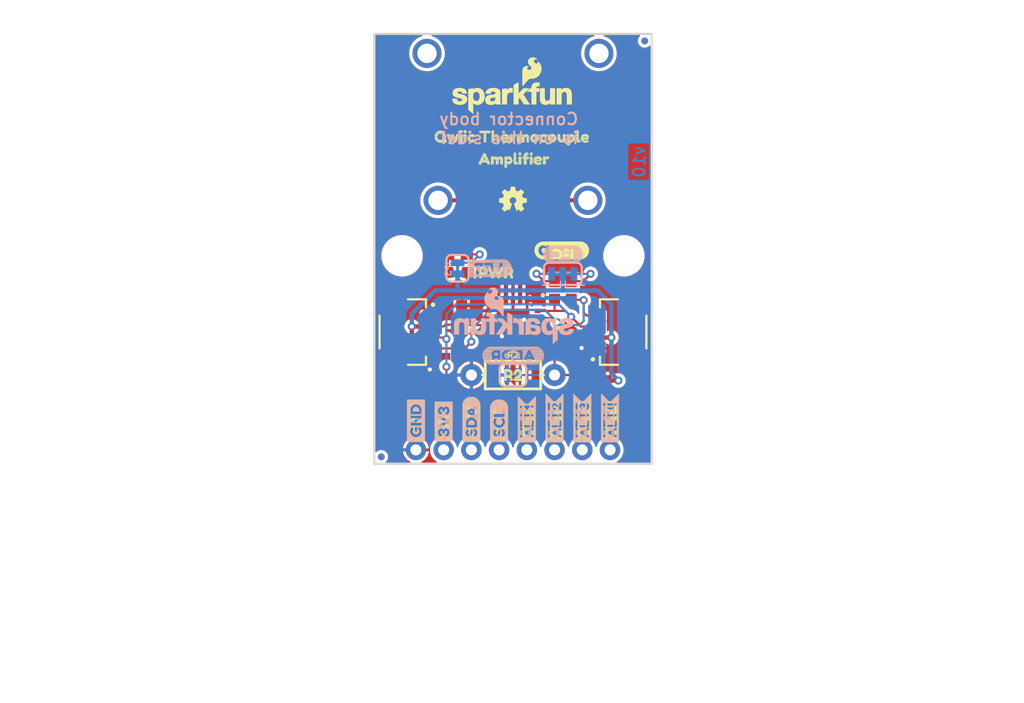
<source format=kicad_pcb>
(kicad_pcb (version 20221018) (generator pcbnew)
  (layers (0 "F.Cu" signal) (31 "B.Cu" signal) (34 "B.Paste" user) (35 "F.Paste" user) (36 "B.SilkS" user "B.Silkscreen") (37 "F.SilkS" user "F.Silkscreen") (38 "B.Mask" user) (39 "F.Mask" user) (44 "Edge.Cuts" user))
  (net 0 "")
  (net 1 "GND")
  (net 2 "3.3V")
  (net 3 "SDA")
  (net 4 "N$1")
  (net 5 "ADDR")
  (net 6 "SCL")
  (net 7 "N$2")
  (net 8 "N$3")
  (net 9 "N$4")
  (net 10 "N$5")
  (net 11 "~{ALT1}")
  (net 12 "~{ALT3}")
  (net 13 "~{ALT4}")
  (net 14 "~{ALT2}")
  (net 15 "N$6")
  (footprint "SparkFun_Qwiic_Thermocouple_Amplifier_PCC:PWR0" (layer "F.Cu") (at 144.4371 107.1626)
    (fp_text reference "U$15" hide)
    (fp_text value "" hide)
  )
  (footprint "SparkFun_Qwiic_Thermocouple_Amplifier_PCC:#ALT10" (layer "F.Cu") (at 149.7711 123.3551 90)
    (fp_text reference "U$8" hide)
    (fp_text value "" hide)
  )
  (footprint "SparkFun_Qwiic_Thermocouple_Amplifier_PCC:0603" (layer "F.Cu") (at 153.8351 108.8136 90)
    (fp_text reference "R5" hide)
    (fp_text value "2.2k" hide)
    (pad "1" smd rect (at -0.85 0 90) (size 1.1 1) (layers "F.Cu" "F.Paste" "F.Mask") (net 6 "SCL"))
    (pad "2" smd rect (at 0.85 0 90) (size 1.1 1) (layers "F.Cu" "F.Paste" "F.Mask") (net 7 "N$2"))
  )
  (footprint "SparkFun_Qwiic_Thermocouple_Amplifier_PCC:0603" (layer "F.Cu") (at 156.1211 117.0686)
    (fp_text reference "R3" hide)
    (fp_text value "10k" hide)
    (pad "1" smd rect (at -0.85 0) (size 1.1 1) (layers "F.Cu" "F.Paste" "F.Mask") (net 5 "ADDR"))
    (pad "2" smd rect (at 0.85 0) (size 1.1 1) (layers "F.Cu" "F.Paste" "F.Mask") (net 2 "3.3V"))
  )
  (footprint "SparkFun_Qwiic_Thermocouple_Amplifier_PCC:0603" (layer "F.Cu") (at 143.8021 111.0996 90)
    (fp_text reference "C1" hide)
    (fp_text value "0.1uF" hide)
    (pad "1" smd rect (at -0.85 0 90) (size 1.1 1) (layers "F.Cu" "F.Paste" "F.Mask") (net 2 "3.3V"))
    (pad "2" smd rect (at 0.85 0 90) (size 1.1 1) (layers "F.Cu" "F.Paste" "F.Mask") (net 1 "GND"))
  )
  (footprint "SparkFun_Qwiic_Thermocouple_Amplifier_PCC:SFE_LOGO_NAME_FLAME_.1" (layer "F.Cu") (at 148.5011 91.1606)
    (fp_text reference "U$17" hide)
    (fp_text value "" hide)
  )
  (footprint "SparkFun_Qwiic_Thermocouple_Amplifier_PCC:#ALT30" (layer "F.Cu") (at 154.8511 123.3551 90)
    (fp_text reference "U$1" hide)
    (fp_text value "" hide)
  )
  (footprint "SparkFun_Qwiic_Thermocouple_Amplifier_PCC:1X04_NO_SILK" (layer "F.Cu") (at 139.6111 123.4186)
    (fp_text reference "J1" hide)
    (fp_text value "PTH" hide)
    (pad "1" thru_hole circle (at 0 0 90) (size 1.8796 1.8796) (drill 1.016) (layers "*.Cu" "*.Mask") (net 1 "GND"))
    (pad "2" thru_hole circle (at 2.54 0 90) (size 1.8796 1.8796) (drill 1.016) (layers "*.Cu" "*.Mask") (net 2 "3.3V"))
    (pad "3" thru_hole circle (at 5.08 0 90) (size 1.8796 1.8796) (drill 1.016) (layers "*.Cu" "*.Mask") (net 3 "SDA"))
    (pad "4" thru_hole circle (at 7.62 0 90) (size 1.8796 1.8796) (drill 1.016) (layers "*.Cu" "*.Mask") (net 6 "SCL"))
  )
  (footprint "SparkFun_Qwiic_Thermocouple_Amplifier_PCC:QWIIC_5MM" (layer "F.Cu") (at 152.9461 105.1306)
    (fp_text reference "LOGO3" hide)
    (fp_text value "QWIIC_LOGO_5MM" hide)
  )
  (footprint "SparkFun_Qwiic_Thermocouple_Amplifier_PCC:JST04_1MM_RA" (layer "F.Cu") (at 156.1211 112.6236 90)
    (fp_text reference "J2" hide)
    (fp_text value "QWIIC")
    (pad "1" smd rect (at -1.5 0 90) (size 0.6 1.35) (layers "F.Cu" "F.Paste" "F.Mask") (net 1 "GND"))
    (pad "2" smd rect (at -0.5 0 90) (size 0.6 1.35) (layers "F.Cu" "F.Paste" "F.Mask") (net 2 "3.3V"))
    (pad "3" smd rect (at 0.5 0 90) (size 0.6 1.35) (layers "F.Cu" "F.Paste" "F.Mask") (net 3 "SDA"))
    (pad "4" smd rect (at 1.5 0 90) (size 0.6 1.35) (layers "F.Cu" "F.Paste" "F.Mask") (net 6 "SCL"))
    (pad "NC1" smd rect (at 2.8 3.675 90) (size 1.2 2) (layers "F.Cu" "F.Paste" "F.Mask"))
    (pad "NC2" smd rect (at -2.8 3.675 90) (size 1.2 2) (layers "F.Cu" "F.Paste" "F.Mask"))
  )
  (footprint "SparkFun_Qwiic_Thermocouple_Amplifier_PCC:OSHW-LOGO-MINI" (layer "F.Cu") (at 148.5011 100.5586)
    (fp_text reference "LOGO1" hide)
    (fp_text value "OSHW-LOGOMINI" hide)
  )
  (footprint "SparkFun_Qwiic_Thermocouple_Amplifier_PCC:SCL-[)" (layer "F.Cu") (at 147.2311 123.1646 90)
    (fp_text reference "U$12" hide)
    (fp_text value "" hide)
  )
  (footprint "SparkFun_Qwiic_Thermocouple_Amplifier_PCC:QWIIC_THERMOCOUPLE2" (layer "F.Cu") (at 140.3731 94.7166)
    (fp_text reference "U$6" hide)
    (fp_text value "" hide)
  )
  (footprint "SparkFun_Qwiic_Thermocouple_Amplifier_PCC:1X04_NO_SILK" (layer "F.Cu") (at 149.7711 123.4186)
    (fp_text reference "J4" hide)
    (fp_text value "")
    (pad "1" thru_hole circle (at 0 0 90) (size 1.8796 1.8796) (drill 1.016) (layers "*.Cu" "*.Mask") (net 11 "~{ALT1}"))
    (pad "2" thru_hole circle (at 2.54 0 90) (size 1.8796 1.8796) (drill 1.016) (layers "*.Cu" "*.Mask") (net 14 "~{ALT2}"))
    (pad "3" thru_hole circle (at 5.08 0 90) (size 1.8796 1.8796) (drill 1.016) (layers "*.Cu" "*.Mask") (net 12 "~{ALT3}"))
    (pad "4" thru_hole circle (at 7.62 0 90) (size 1.8796 1.8796) (drill 1.016) (layers "*.Cu" "*.Mask") (net 13 "~{ALT4}"))
  )
  (footprint "SparkFun_Qwiic_Thermocouple_Amplifier_PCC:AXIAL-0.3-KIT" (layer "F.Cu") (at 148.5011 116.5606)
    (fp_text reference "R2" (at 0 -1.524) (layer "F.SilkS") (effects (font (size 0.512064 0.512064) (thickness 0.097536)) (justify bottom)))
    (fp_text value " ")
    (pad "P$1" thru_hole circle (at -3.81 0) (size 2.032 2.032) (drill 1.016) (layers "*.Cu") (net 1 "GND"))
    (pad "P$2" thru_hole circle (at 3.81 0) (size 2.032 2.032) (drill 1.016) (layers "*.Cu") (net 5 "ADDR"))
  )
  (footprint "SparkFun_Qwiic_Thermocouple_Amplifier_PCC:3V31" (layer "F.Cu") (at 142.1511 123.1646 90)
    (fp_text reference "U$19" hide)
    (fp_text value "" hide)
  )
  (footprint "SparkFun_Qwiic_Thermocouple_Amplifier_PCC:JST04_1MM_RA" (layer "F.Cu") (at 140.8811 112.6236 -90)
    (fp_text reference "J3" hide)
    (fp_text value "QWIIC")
    (pad "1" smd rect (at -1.5 0 270) (size 0.6 1.35) (layers "F.Cu" "F.Paste" "F.Mask") (net 1 "GND"))
    (pad "2" smd rect (at -0.5 0 270) (size 0.6 1.35) (layers "F.Cu" "F.Paste" "F.Mask") (net 2 "3.3V"))
    (pad "3" smd rect (at 0.5 0 270) (size 0.6 1.35) (layers "F.Cu" "F.Paste" "F.Mask") (net 3 "SDA"))
    (pad "4" smd rect (at 1.5 0 270) (size 0.6 1.35) (layers "F.Cu" "F.Paste" "F.Mask") (net 6 "SCL"))
    (pad "NC1" smd rect (at 2.8 3.675 270) (size 1.2 2) (layers "F.Cu" "F.Paste" "F.Mask"))
    (pad "NC2" smd rect (at -2.8 3.675 270) (size 1.2 2) (layers "F.Cu" "F.Paste" "F.Mask"))
  )
  (footprint "SparkFun_Qwiic_Thermocouple_Amplifier_PCC:#ALT40" (layer "F.Cu") (at 157.3911 123.3551 90)
    (fp_text reference "U$11" hide)
    (fp_text value "" hide)
  )
  (footprint "SparkFun_Qwiic_Thermocouple_Amplifier_PCC:STAND-OFF" (layer "F.Cu") (at 158.6611 105.6386)
    (fp_text reference "JP8" hide)
    (fp_text value "STAND-OFF" hide)
    (pad "" np_thru_hole circle (at 0 0) (size 3.302 3.302) (drill 3.302) (layers "*.Cu" "*.Mask"))
  )
  (footprint "SparkFun_Qwiic_Thermocouple_Amplifier_PCC:#ALT20" (layer "F.Cu") (at 152.3111 123.3551 90)
    (fp_text reference "U$18" hide)
    (fp_text value "" hide)
  )
  (footprint "SparkFun_Qwiic_Thermocouple_Amplifier_PCC:R21" (layer "F.Cu") (at 146.7231 116.5606)
    (fp_text reference "U$2" hide)
    (fp_text value "" hide)
  )
  (footprint "SparkFun_Qwiic_Thermocouple_Amplifier_PCC:STAND-OFF" (layer "F.Cu") (at 138.3411 105.6386)
    (fp_text reference "JP9" hide)
    (fp_text value "STAND-OFF" hide)
    (pad "" np_thru_hole circle (at 0 0) (size 3.302 3.302) (drill 3.302) (layers "*.Cu" "*.Mask"))
  )
  (footprint "SparkFun_Qwiic_Thermocouple_Amplifier_PCC:FIDUCIAL-MICRO" (layer "F.Cu") (at 160.5661 85.9536)
    (fp_text reference "FD2" hide)
    (fp_text value "FIDUCIALUFIDUCIAL" hide)
    (pad "1" smd roundrect (at 0 0) (size 0.635 0.635) (layers "F.Cu" "F.Mask") (roundrect_rratio 0.5))
  )
  (footprint "SparkFun_Qwiic_Thermocouple_Amplifier_PCC:FIDUCIAL-MICRO" (layer "F.Cu") (at 136.4361 124.0536)
    (fp_text reference "FD1" hide)
    (fp_text value "FIDUCIALUFIDUCIAL" hide)
    (pad "1" smd roundrect (at 0 0) (size 0.635 0.635) (layers "F.Cu" "F.Mask") (roundrect_rratio 0.5))
  )
  (footprint "SparkFun_Qwiic_Thermocouple_Amplifier_PCC:AMPLIFIER2" (layer "F.Cu") (at 144.4371 96.7486)
    (fp_text reference "U$25" hide)
    (fp_text value "" hide)
  )
  (footprint "SparkFun_Qwiic_Thermocouple_Amplifier_PCC:CREATIVE_COMMONS" (layer "F.Cu") (at 121.8311 143.7386)
    (fp_text reference "FRAME1" hide)
    (fp_text value "FRAME-LETTER" hide)
  )
  (footprint "SparkFun_Qwiic_Thermocouple_Amplifier_PCC:0603" (layer "F.Cu") (at 143.4211 105.5116 180)
    (fp_text reference "R1" hide)
    (fp_text value "1k" hide)
    (pad "1" smd rect (at -0.85 0 180) (size 1.1 1) (layers "F.Cu" "F.Paste" "F.Mask") (net 15 "N$6"))
    (pad "2" smd rect (at 0.85 0 180) (size 1.1 1) (layers "F.Cu" "F.Paste" "F.Mask") (net 4 "N$1"))
  )
  (footprint "SparkFun_Qwiic_Thermocouple_Amplifier_PCC:0603" (layer "F.Cu") (at 152.3111 108.8136 90)
    (fp_text reference "R4" hide)
    (fp_text value "2.2k" hide)
    (pad "1" smd rect (at -0.85 0 90) (size 1.1 1) (layers "F.Cu" "F.Paste" "F.Mask") (net 3 "SDA"))
    (pad "2" smd rect (at 0.85 0 90) (size 1.1 1) (layers "F.Cu" "F.Paste" "F.Mask") (net 8 "N$3"))
  )
  (footprint "SparkFun_Qwiic_Thermocouple_Amplifier_PCC:LED-0603" (layer "F.Cu") (at 143.4211 107.1626)
    (fp_text reference "D1" hide)
    (fp_text value "RED" hide)
    (pad "A" smd roundrect (at -0.877 0 270) (size 1 1) (layers "F.Cu" "F.Paste" "F.Mask") (roundrect_rratio 0.15) (net 4 "N$1"))
    (pad "C" smd roundrect (at 0.877 0 270) (size 1 1) (layers "F.Cu" "F.Paste" "F.Mask") (roundrect_rratio 0.15) (net 1 "GND"))
  )
  (footprint "SparkFun_Qwiic_Thermocouple_Amplifier_PCC:MQFN-20" (layer "F.Cu") (at 148.5011 111.9886 -90)
    (fp_text reference "U1" hide)
    (fp_text value "MCP9600-SMD" hide)
    (pad "1" smd rect (at -2.25 -1.3) (size 0.4 0.55) (layers "F.Cu" "F.Paste" "F.Mask") (net 1 "GND"))
    (pad "2" smd rect (at -2.25 -0.65) (size 0.4 0.55) (layers "F.Cu" "F.Paste" "F.Mask") (net 9 "N$4"))
    (pad "3" smd rect (at -2.25 0) (size 0.4 0.55) (layers "F.Cu" "F.Paste" "F.Mask") (net 1 "GND"))
    (pad "4" smd rect (at -2.25 0.65) (size 0.4 0.55) (layers "F.Cu" "F.Paste" "F.Mask") (net 10 "N$5"))
    (pad "5" smd rect (at -2.25 1.3) (size 0.4 0.55) (layers "F.Cu" "F.Paste" "F.Mask") (net 1 "GND"))
    (pad "6" smd rect (at -1.3 2.25 90) (size 0.4 0.55) (layers "F.Cu" "F.Paste" "F.Mask") (net 1 "GND"))
    (pad "7" smd rect (at -0.65 2.25 90) (size 0.4 0.55) (layers "F.Cu" "F.Paste" "F.Mask") (net 1 "GND"))
    (pad "8" smd rect (at 0 2.25 90) (size 0.4 0.55) (layers "F.Cu" "F.Paste" "F.Mask") (net 2 "3.3V"))
    (pad "9" smd rect (at 0.65 2.25 90) (size 0.4 0.55) (layers "F.Cu" "F.Paste" "F.Mask") (net 1 "GND"))
    (pad "10" smd rect (at 1.3 2.25 90) (size 0.4 0.55) (layers "F.Cu" "F.Paste" "F.Mask") (net 1 "GND"))
    (pad "11" smd rect (at 2.25 1.3 180) (size 0.4 0.55) (layers "F.Cu" "F.Paste" "F.Mask") (net 11 "~{ALT1}"))
    (pad "12" smd rect (at 2.25 0.65) (size 0.4 0.55) (layers "F.Cu" "F.Paste" "F.Mask") (net 14 "~{ALT2}"))
    (pad "13" smd rect (at 2.25 0) (size 0.4 0.55) (layers "F.Cu" "F.Paste" "F.Mask") (net 1 "GND"))
    (pad "14" smd rect (at 2.25 -0.65) (size 0.4 0.55) (layers "F.Cu" "F.Paste" "F.Mask") (net 12 "~{ALT3}"))
    (pad "15" smd rect (at 2.25 -1.3) (size 0.4 0.55) (layers "F.Cu" "F.Paste" "F.Mask") (net 13 "~{ALT4}"))
    (pad "16" smd rect (at 1.3 -2.25 270) (size 0.4 0.55) (layers "F.Cu" "F.Paste" "F.Mask") (net 5 "ADDR"))
    (pad "17" smd rect (at 0.65 -2.25 270) (size 0.4 0.55) (layers "F.Cu" "F.Paste" "F.Mask") (net 1 "GND"))
    (pad "18" smd rect (at 0 -2.25 270) (size 0.4 0.55) (layers "F.Cu" "F.Paste" "F.Mask") (net 1 "GND"))
    (pad "19" smd rect (at -0.65 -2.25 270) (size 0.4 0.55) (layers "F.Cu" "F.Paste" "F.Mask") (net 6 "SCL"))
    (pad "20" smd rect (at -1.3 -2.25 270) (size 0.4 0.55) (layers "F.Cu" "F.Paste" "F.Mask") (net 3 "SDA"))
    (pad "21" smd rect (at 0 0 270) (size 3 3) (layers "F.Cu" "F.Mask") (net 1 "GND"))
  )
  (footprint "SparkFun_Qwiic_Thermocouple_Amplifier_PCC:SDA-[)" (layer "F.Cu") (at 144.6911 123.1646 90)
    (fp_text reference "U$13" hide)
    (fp_text value "" hide)
  )
  (footprint "SparkFun_Qwiic_Thermocouple_Amplifier_PCC:GND-04" (layer "F.Cu") (at 139.6111 123.1646 90)
    (fp_text reference "U$10" hide)
    (fp_text value "" hide)
  )
  (footprint "SparkFun_Qwiic_Thermocouple_Amplifier_PCC:SMT-JUMPER_3_2-NC_TRACE_SILK" (layer "B.Cu") (at 153.0731 107.2896 180)
    (fp_text reference "JP2" hide)
    (fp_text value "I2C")
    (fp_line (start 0 0) (end -1.016 0) (stroke (width 0.254)) (layer "B.Cu"))
    (fp_line (start 0 0) (end 1.016 0) (stroke (width 0.254)) (layer "B.Cu"))
    (pad "1" smd rect (at -1.016 0 180) (size 0.635 1.27) (layers "B.Cu" "B.Mask") (net 7 "N$2"))
    (pad "2" smd rect (at 0 0 180) (size 0.635 1.27) (layers "B.Cu" "B.Mask") (net 2 "3.3V"))
    (pad "3" smd rect (at 1.016 0 180) (size 0.635 1.27) (layers "B.Cu" "B.Mask") (net 8 "N$3"))
  )
  (footprint "SparkFun_Qwiic_Thermocouple_Amplifier_PCC:LED0" (layer "B.Cu") (at 148.5011 106.7816 180)
    (fp_text reference "U$20" hide)
    (fp_text value "" hide)
  )
  (footprint "SparkFun_Qwiic_Thermocouple_Amplifier_PCC:SDA-[)" (layer "B.Cu") (at 144.6911 123.1646 90)
    (fp_text reference "U$14" hide)
    (fp_text value "" hide)
  )
  (footprint "SparkFun_Qwiic_Thermocouple_Amplifier_PCC:SMT-JUMPER_2_NC_TRACE_SILK" (layer "B.Cu") (at 148.5011 116.5606 180)
    (fp_text reference "JP1" hide)
    (fp_text value "")
    (fp_line (start -0.508 0) (end 0.508 0) (stroke (width 0.254)) (layer "B.Cu"))
    (pad "1" smd rect (at -0.508 0 180) (size 0.635 1.27) (layers "B.Cu" "B.Mask") (net 5 "ADDR"))
    (pad "2" smd rect (at 0.508 0 180) (size 0.635 1.27) (layers "B.Cu" "B.Mask") (net 1 "GND"))
  )
  (footprint "SparkFun_Qwiic_Thermocouple_Amplifier_PCC:#ALT10" (layer "B.Cu") (at 149.7711 123.3551 90)
    (fp_text reference "U$3" hide)
    (fp_text value "" hide)
  )
  (footprint "SparkFun_Qwiic_Thermocouple_Amplifier_PCC:ADDR1" (layer "B.Cu") (at 151.4221 114.7826 180)
    (fp_text reference "U$22" hide)
    (fp_text value "" hide)
  )
  (footprint "SparkFun_Qwiic_Thermocouple_Amplifier_PCC:#ALT40" (layer "B.Cu") (at 157.3911 123.3551 90)
    (fp_text reference "U$7" hide)
    (fp_text value "" hide)
  )
  (footprint "SparkFun_Qwiic_Thermocouple_Amplifier_PCC:#ALT20" (layer "B.Cu") (at 152.3111 123.3551 90)
    (fp_text reference "U$4" hide)
    (fp_text value "" hide)
  )
  (footprint "SparkFun_Qwiic_Thermocouple_Amplifier_PCC:SCL-[)" (layer "B.Cu") (at 147.2311 123.1646 90)
    (fp_text reference "U$9" hide)
    (fp_text value "" hide)
  )
  (footprint "SparkFun_Qwiic_Thermocouple_Amplifier_PCC:PCC-SMP" (layer "B.Cu") (at 148.5011 100.5586)
    (fp_text reference "J5" hide)
    (fp_text value "PCB_THERMOCOUPLE" hide)
    (pad "+" thru_hole circle (at 6.858 0) (size 2.667 2.667) (drill 1.778) (layers "*.Cu" "*.Mask") (net 9 "N$4"))
    (pad "-" thru_hole circle (at -6.858 0) (size 2.667 2.667) (drill 1.778) (layers "*.Cu" "*.Mask") (net 10 "N$5"))
    (pad "CLIP1" thru_hole circle (at -7.874 -13.462) (size 2.667 2.667) (drill 1.778) (layers "*.Cu" "*.Mask"))
    (pad "CLIP2" thru_hole circle (at 7.874 -13.462) (size 2.667 2.667) (drill 1.778) (layers "*.Cu" "*.Mask"))
  )
  (footprint "SparkFun_Qwiic_Thermocouple_Amplifier_PCC:#ALT30" (layer "B.Cu") (at 154.8511 123.3551 90)
    (fp_text reference "U$5" hide)
    (fp_text value "" hide)
  )
  (footprint "SparkFun_Qwiic_Thermocouple_Amplifier_PCC:I_SUPER2_C-()-04" (layer "B.Cu") (at 154.9781 105.5116 180)
    (fp_text reference "U$21" hide)
    (fp_text value "" hide)
  )
  (footprint "SparkFun_Qwiic_Thermocouple_Amplifier_PCC:FIDUCIAL-MICRO" (layer "B.Cu") (at 136.4361 124.0536 180)
    (fp_text reference "FD4" hide)
    (fp_text value "FIDUCIALUFIDUCIAL" hide)
    (pad "1" smd roundrect (at 0 0 180) (size 0.635 0.635) (layers "B.Cu" "B.Mask") (roundrect_rratio 0.5))
  )
  (footprint "SparkFun_Qwiic_Thermocouple_Amplifier_PCC:SMT-JUMPER_2_NC_TRACE_SILK" (layer "B.Cu") (at 143.4211 106.7816 -90)
    (fp_text reference "JP3" (at 0 1.143 -270) (layer "B.SilkS") (effects (font (size 0.512064 0.512064) (thickness 0.097536)) (justify top mirror)))
    (fp_text value "")
    (fp_line (start -0.508 0) (end 0.508 0) (stroke (width 0.254)) (layer "B.Cu"))
    (pad "1" smd rect (at -0.508 0 270) (size 0.635 1.27) (layers "B.Cu" "B.Mask") (net 15 "N$6"))
    (pad "2" smd rect (at 0.508 0 270) (size 0.635 1.27) (layers "B.Cu" "B.Mask") (net 2 "3.3V"))
  )
  (footprint "SparkFun_Qwiic_Thermocouple_Amplifier_PCC:GND-04" (layer "B.Cu") (at 139.6111 123.1646 90)
    (fp_text reference "U$23" hide)
    (fp_text value "" hide)
  )
  (footprint "SparkFun_Qwiic_Thermocouple_Amplifier_PCC:SFE_LOGO_NAME_FLAME_.1" (layer "B.Cu") (at 148.5011 112.2426 180)
    (fp_text reference "LOGO2" hide)
    (fp_text value "SFE_LOGO_NAME_FLAME.1_INCH" hide)
  )
  (footprint "SparkFun_Qwiic_Thermocouple_Amplifier_PCC:3V31" (layer "B.Cu") (at 142.1511 123.1646 90)
    (fp_text reference "U$16" hide)
    (fp_text value "" hide)
  )
  (footprint "SparkFun_Qwiic_Thermocouple_Amplifier_PCC:FIDUCIAL-MICRO" (layer "B.Cu") (at 160.5661 85.9536 180)
    (fp_text reference "FD3" hide)
    (fp_text value "FIDUCIALUFIDUCIAL" hide)
    (pad "1" smd roundrect (at 0 0 180) (size 0.635 0.635) (layers "B.Cu" "B.Mask") (roundrect_rratio 0.5))
  )
  (gr_line (start 135.8011 85.3186) (end 161.2011 85.3186) (stroke (width 0.2032)) (layer "Edge.Cuts"))
  (gr_line (start 161.2011 85.3186) (end 161.2011 124.6886) (stroke (width 0.2032)) (layer "Edge.Cuts"))
  (gr_line (start 135.8011 124.6886) (end 135.8011 85.3186) (stroke (width 0.2032)) (layer "Edge.Cuts"))
  (gr_line (start 161.2011 124.6886) (end 135.8011 124.6886) (stroke (width 0.2032)) (layer "Edge.Cuts"))
  (gr_text "v10" (at 160.6931 95.4786 -270) (layer "B.Cu") (effects (font (size 1.0795 1.0795) (thickness 0.1905)) (justify left bottom mirror)))
  (gr_text "Connector body\nis on this side!" (at 154.5971 95.4786) (layer "B.SilkS") (effects (font (size 1.0795 1.0795) (thickness 0.1905)) (justify left bottom mirror)))
  (segment (start 150.7511 112.6386) (end 148.5011 112.6386) (width 0.2032) (layer "F.Cu") (net 1))
  (segment (start 148.5011 113.2886) (end 148.5011 111.9886) (width 0.2032) (layer "F.Cu") (net 1))
  (segment (start 149.8011 109.7386) (end 149.8011 111.9886) (width 0.2032) (layer "F.Cu") (net 1))
  (segment (start 148.5011 112.6386) (end 148.5011 111.9886) (width 0.2032) (layer "F.Cu") (net 1))
  (segment (start 148.5011 110.6886) (end 148.5011 111.9886) (width 0.2032) (layer "F.Cu") (net 1))
  (segment (start 146.2511 113.2886) (end 148.5011 113.2886) (width 0.2032) (layer "F.Cu") (net 1))
  (segment (start 148.5011 111.3386) (end 148.5011 111.9886) (width 0.2032) (layer "F.Cu") (net 1))
  (segment (start 146.2511 112.6386) (end 148.5011 112.6386) (width 0.2032) (layer "F.Cu") (net 1))
  (segment (start 147.2011 111.9886) (end 148.5011 111.9886) (width 0.2032) (layer "F.Cu") (net 1))
  (segment (start 146.2511 110.6886) (end 148.5011 110.6886) (width 0.2032) (layer "F.Cu") (net 1))
  (segment (start 148.5011 114.2386) (end 148.5011 111.9886) (width 0.2032) (layer "F.Cu") (net 1))
  (segment (start 148.5011 109.7386) (end 148.5011 111.9886) (width 0.2032) (layer "F.Cu") (net 1))
  (segment (start 147.2011 109.7386) (end 147.2011 111.9886) (width 0.2032) (layer "F.Cu") (net 1))
  (segment (start 146.2511 111.3386) (end 148.5011 111.3386) (width 0.2032) (layer "F.Cu") (net 1))
  (segment (start 150.7511 111.9886) (end 148.5011 111.9886) (width 0.2032) (layer "F.Cu") (net 1))
  (segment (start 149.8011 111.9886) (end 148.5011 111.9886) (width 0.2032) (layer "F.Cu") (net 1))
  (via (at 147.4851 113.0046) (size 0.7366) (drill 0.381) (layers "F.Cu" "B.Cu") (net 1))
  (via (at 149.5171 111.4806) (size 0.7366) (drill 0.381) (layers "F.Cu" "B.Cu") (net 1))
  (via (at 154.7876 114.0841) (size 0.7366) (drill 0.381) (layers "F.Cu" "B.Cu") (net 1))
  (via (at 140.8811 116.0526) (size 0.7366) (drill 0.381) (layers "F.Cu" "B.Cu") (net 1))
  (segment (start 147.9931 116.5606) (end 144.6911 116.5606) (width 0.3048) (layer "B.Cu") (net 1))
  (segment (start 146.2511 111.9886) (end 143.8411 111.9886) (width 0.2032) (layer "F.Cu") (net 2))
  (segment (start 142.1511 121.0056) (end 142.1511 123.4186) (width 0.4064) (layer "F.Cu") (net 2))
  (segment (start 139.2301 118.0846) (end 142.1511 121.0056) (width 0.4064) (layer "F.Cu") (net 2))
  (segment (start 156.9711 117.0686) (end 158.1531 117.0686) (width 0.4064) (layer "F.Cu") (net 2))
  (segment (start 142.3171 111.9496) (end 142.1511 112.1156) (width 0.2032) (layer "F.Cu") (net 2))
  (segment (start 143.8411 111.9886) (end 143.8021 111.9496) (width 0.2032) (layer "F.Cu") (net 2))
  (segment (start 143.8021 111.9496) (end 142.3171 111.9496) (width 0.2032) (layer "F.Cu") (net 2))
  (segment (start 142.1511 112.1156) (end 140.8891 112.1156) (width 0.2032) (layer "F.Cu") (net 2))
  (segment (start 156.1211 113.1236) (end 156.1291 113.1316) (width 0.4064) (layer "F.Cu") (net 2))
  (segment (start 156.1291 113.1316) (end 157.5181 113.1316) (width 0.4064) (layer "F.Cu") (net 2))
  (segment (start 140.8731 112.1156) (end 139.2301 112.1156) (width 0.4064) (layer "F.Cu") (net 2))
  (segment (start 140.8891 112.1156) (end 140.8811 112.1236) (width 0.2032) (layer "F.Cu") (net 2))
  (segment (start 139.2301 118.0846) (end 139.2301 112.1156) (width 0.4064) (layer "F.Cu") (net 2))
  (segment (start 140.8811 112.1236) (end 140.8731 112.1156) (width 0.4064) (layer "F.Cu") (net 2))
  (via (at 158.1531 117.0686) (size 0.7366) (drill 0.381) (layers "F.Cu" "B.Cu") (net 2))
  (via (at 157.5181 113.1316) (size 0.7366) (drill 0.381) (layers "F.Cu" "B.Cu") (net 2))
  (via (at 139.2301 112.1156) (size 0.7366) (drill 0.381) (layers "F.Cu" "B.Cu") (net 2))
  (segment (start 156.2481 108.8136) (end 157.5181 110.0836) (width 0.4064) (layer "B.Cu") (net 2))
  (segment (start 157.5181 113.1316) (end 157.5181 116.4336) (width 0.4064) (layer "B.Cu") (net 2))
  (segment (start 157.5181 110.0836) (end 157.5181 113.1316) (width 0.4064) (layer "B.Cu") (net 2))
  (segment (start 153.0731 107.2896) (end 153.0731 108.8136) (width 0.4064) (layer "B.Cu") (net 2))
  (segment (start 139.2301 110.9726) (end 141.3891 108.8136) (width 0.4064) (layer "B.Cu") (net 2))
  (segment (start 143.4211 107.2896) (end 143.4211 108.8136) (width 0.4064) (layer "B.Cu") (net 2))
  (segment (start 157.5181 116.4336) (end 158.1531 117.0686) (width 0.4064) (layer "B.Cu") (net 2))
  (segment (start 141.3891 108.8136) (end 143.4211 108.8136) (width 0.4064) (layer "B.Cu") (net 2))
  (segment (start 143.4211 108.8136) (end 153.0731 108.8136) (width 0.4064) (layer "B.Cu") (net 2))
  (segment (start 139.2301 112.1156) (end 139.2301 110.9726) (width 0.4064) (layer "B.Cu") (net 2))
  (segment (start 153.0731 108.8136) (end 156.2481 108.8136) (width 0.4064) (layer "B.Cu") (net 2))
  (segment (start 144.6911 123.4186) (end 144.6911 121.3866) (width 0.2032) (layer "F.Cu") (net 3))
  (segment (start 150.7511 110.6886) (end 152.3111 110.6886) (width 0.2032) (layer "F.Cu") (net 3))
  (segment (start 144.6911 121.3866) (end 142.4051 119.1006) (width 0.2032) (layer "F.Cu") (net 3))
  (segment (start 153.8351 111.2266) (end 154.7321 112.1236) (width 0.2032) (layer "F.Cu") (net 3))
  (segment (start 152.3111 109.6636) (end 152.3111 110.6886) (width 0.2032) (layer "F.Cu") (net 3))
  (segment (start 152.3111 110.6886) (end 153.2971 110.6886) (width 0.2032) (layer "F.Cu") (net 3))
  (segment (start 153.2971 110.6886) (end 153.8351 111.2266) (width 0.2032) (layer "F.Cu") (net 3))
  (segment (start 154.7321 112.1236) (end 156.1211 112.1236) (width 0.2032) (layer "F.Cu") (net 3))
  (segment (start 142.4051 119.1006) (end 142.4051 115.7986) (width 0.2032) (layer "F.Cu") (net 3))
  (segment (start 142.4051 113.1236) (end 140.8811 113.1236) (width 0.2032) (layer "F.Cu") (net 3))
  (segment (start 142.4051 113.2586) (end 142.4051 113.1236) (width 0.2032) (layer "F.Cu") (net 3))
  (via (at 153.8351 111.2266) (size 0.7366) (drill 0.381) (layers "F.Cu" "B.Cu") (net 3))
  (via (at 142.4051 113.2586) (size 0.7366) (drill 0.381) (layers "F.Cu" "B.Cu") (net 3))
  (via (at 142.4051 115.7986) (size 0.7366) (drill 0.381) (layers "F.Cu" "B.Cu") (net 3))
  (segment (start 153.8351 111.2266) (end 152.6921 110.0836) (width 0.2032) (layer "B.Cu") (net 3))
  (segment (start 142.4051 115.7986) (end 142.4051 113.2586) (width 0.2032) (layer "B.Cu") (net 3))
  (segment (start 142.4051 110.9726) (end 142.4051 113.2586) (width 0.2032) (layer "B.Cu") (net 3))
  (segment (start 152.6921 110.0836) (end 143.2941 110.0836) (width 0.2032) (layer "B.Cu") (net 3))
  (segment (start 143.2941 110.0836) (end 142.4051 110.9726) (width 0.2032) (layer "B.Cu") (net 3))
  (segment (start 142.5441 105.5386) (end 142.5441 107.1626) (width 0.2032) (layer "F.Cu") (net 4))
  (segment (start 142.5711 105.5116) (end 142.5441 105.5386) (width 0.2032) (layer "F.Cu") (net 4))
  (segment (start 154.3431 117.0686) (end 153.8351 116.5606) (width 0.2032) (layer "F.Cu") (net 5))
  (segment (start 155.2711 117.0686) (end 154.3431 117.0686) (width 0.2032) (layer "F.Cu") (net 5))
  (segment (start 150.7511 113.2886) (end 151.8331 113.2886) (width 0.2032) (layer "F.Cu") (net 5))
  (segment (start 152.3111 113.7666) (end 152.3111 116.5606) (width 0.2032) (layer "F.Cu") (net 5))
  (segment (start 153.8351 116.5606) (end 152.3111 116.5606) (width 0.2032) (layer "F.Cu") (net 5))
  (segment (start 151.8331 113.2886) (end 152.3111 113.7666) (width 0.2032) (layer "F.Cu") (net 5))
  (segment (start 149.0091 116.5606) (end 152.3111 116.5606) (width 0.2032) (layer "B.Cu") (net 5))
  (segment (start 144.6911 113.5126) (end 144.0801 114.1236) (width 0.2032) (layer "F.Cu") (net 6))
  (segment (start 143.1671 118.2116) (end 147.2311 122.2756) (width 0.2032) (layer "F.Cu") (net 6))
  (segment (start 150.7511 111.3386) (end 152.1691 111.3386) (width 0.2032) (layer "F.Cu") (net 6))
  (segment (start 144.0801 114.1236) (end 143.1671 114.1236) (width 0.2032) (layer "F.Cu") (net 6))
  (segment (start 147.2311 122.2756) (end 147.2311 123.4186) (width 0.2032) (layer "F.Cu") (net 6))
  (segment (start 143.1671 114.1236) (end 143.1671 118.2116) (width 0.2032) (layer "F.Cu") (net 6))
  (segment (start 140.8811 114.1236) (end 143.1671 114.1236) (width 0.2032) (layer "F.Cu") (net 6))
  (segment (start 155.2561 111.1236) (end 156.1211 111.1236) (width 0.2032) (layer "F.Cu") (net 6))
  (segment (start 154.9781 109.7026) (end 154.9781 110.8456) (width 0.2032) (layer "F.Cu") (net 6))
  (segment (start 154.9781 109.6636) (end 154.9781 109.7026) (width 0.2032) (layer "F.Cu") (net 6))
  (segment (start 153.8351 109.6636) (end 154.9781 109.6636) (width 0.2032) (layer "F.Cu") (net 6))
  (segment (start 154.9781 110.8456) (end 155.2561 111.1236) (width 0.2032) (layer "F.Cu") (net 6))
  (segment (start 152.1691 111.3386) (end 152.5651 111.7346) (width 0.2032) (layer "F.Cu") (net 6))
  (via (at 152.5651 111.7346) (size 0.7366) (drill 0.381) (layers "F.Cu" "B.Cu") (net 6))
  (via (at 144.6911 113.5126) (size 0.7366) (drill 0.381) (layers "F.Cu" "B.Cu") (net 6))
  (via (at 154.9781 109.7026) (size 0.7366) (drill 0.381) (layers "F.Cu" "B.Cu") (net 6))
  (segment (start 144.6911 112.3696) (end 144.6911 113.5126) (width 0.2032) (layer "B.Cu") (net 6))
  (segment (start 152.5651 111.7346) (end 152.8191 111.9886) (width 0.2032) (layer "B.Cu") (net 6))
  (segment (start 151.4221 110.5916) (end 146.4691 110.5916) (width 0.2032) (layer "B.Cu") (net 6))
  (segment (start 154.5971 111.9886) (end 154.9781 111.6076) (width 0.2032) (layer "B.Cu") (net 6))
  (segment (start 154.9781 111.6076) (end 154.9781 109.7026) (width 0.2032) (layer "B.Cu") (net 6))
  (segment (start 154.5971 111.9886) (end 152.8191 111.9886) (width 0.2032) (layer "B.Cu") (net 6))
  (segment (start 146.4691 110.5916) (end 144.6911 112.3696) (width 0.2032) (layer "B.Cu") (net 6))
  (segment (start 152.5651 111.7346) (end 151.4221 110.5916) (width 0.2032) (layer "B.Cu") (net 6))
  (segment (start 154.9391 107.9636) (end 155.6131 107.2896) (width 0.2032) (layer "F.Cu") (net 7))
  (segment (start 153.8351 107.9636) (end 154.9391 107.9636) (width 0.2032) (layer "F.Cu") (net 7))
  (via (at 155.6131 107.2896) (size 0.7366) (drill 0.381) (layers "F.Cu" "B.Cu") (net 7))
  (segment (start 154.0891 107.2896) (end 155.6131 107.2896) (width 0.2032) (layer "B.Cu") (net 7))
  (segment (start 151.3341 107.9636) (end 150.6601 107.2896) (width 0.2032) (layer "F.Cu") (net 8))
  (segment (start 152.3111 107.9636) (end 151.3341 107.9636) (width 0.2032) (layer "F.Cu") (net 8))
  (via (at 150.6601 107.2896) (size 0.7366) (drill 0.381) (layers "F.Cu" "B.Cu") (net 8))
  (segment (start 152.0571 107.2896) (end 150.6601 107.2896) (width 0.2032) (layer "B.Cu") (net 8))
  (segment (start 149.1511 109.7386) (end 149.1511 104.8616) (width 0.381) (layer "F.Cu") (net 9))
  (segment (start 155.3591 100.5586) (end 153.4541 100.5586) (width 0.381) (layer "F.Cu") (net 9))
  (segment (start 153.4541 100.5586) (end 149.1511 104.8616) (width 0.381) (layer "F.Cu") (net 9))
  (segment (start 147.8511 109.7386) (end 147.8511 104.8616) (width 0.381) (layer "F.Cu") (net 10))
  (segment (start 147.8511 104.8616) (end 143.5481 100.5586) (width 0.381) (layer "F.Cu") (net 10))
  (segment (start 141.6431 100.5586) (end 143.5481 100.5586) (width 0.381) (layer "F.Cu") (net 10))
  (segment (start 149.7711 120.2436) (end 149.7711 123.4186) (width 0.2032) (layer "F.Cu") (net 11))
  (segment (start 149.7711 120.2436) (end 147.2011 117.6736) (width 0.2032) (layer "F.Cu") (net 11))
  (segment (start 147.2011 117.6736) (end 147.2011 114.2386) (width 0.2032) (layer "F.Cu") (net 11))
  (segment (start 154.8511 121.2596) (end 154.8511 123.4186) (width 0.2032) (layer "F.Cu") (net 12))
  (segment (start 149.1511 114.2386) (end 149.1511 117.5916) (width 0.2032) (layer "F.Cu") (net 12))
  (segment (start 151.8031 120.2436) (end 153.8351 120.2436) (width 0.2032) (layer "F.Cu") (net 12))
  (segment (start 153.8351 120.2436) (end 154.8511 121.2596) (width 0.2032) (layer "F.Cu") (net 12))
  (segment (start 149.1511 117.5916) (end 151.8031 120.2436) (width 0.2032) (layer "F.Cu") (net 12))
  (segment (start 157.3911 120.4976) (end 157.3911 123.4186) (width 0.2032) (layer "F.Cu") (net 13))
  (segment (start 149.8011 117.2256) (end 151.5491 118.9736) (width 0.2032) (layer "F.Cu") (net 13))
  (segment (start 151.5491 118.9736) (end 155.8671 118.9736) (width 0.2032) (layer "F.Cu") (net 13))
  (segment (start 155.8671 118.9736) (end 157.3911 120.4976) (width 0.2032) (layer "F.Cu") (net 13))
  (segment (start 149.8011 114.2386) (end 149.8011 117.2256) (width 0.2032) (layer "F.Cu") (net 13))
  (segment (start 151.4221 120.8786) (end 152.3111 121.7676) (width 0.2032) (layer "F.Cu") (net 14))
  (segment (start 147.8511 114.2386) (end 147.8511 117.3076) (width 0.2032) (layer "F.Cu") (net 14))
  (segment (start 152.3111 121.7676) (end 152.3111 123.4186) (width 0.2032) (layer "F.Cu") (net 14))
  (segment (start 147.8511 117.3076) (end 151.4221 120.8786) (width 0.2032) (layer "F.Cu") (net 14))
  (segment (start 144.2711 105.5116) (end 145.4531 105.5116) (width 0.2032) (layer "F.Cu") (net 15))
  (via (at 145.4531 105.5116) (size 0.7366) (drill 0.381) (layers "F.Cu" "B.Cu") (net 15))
  (segment (start 143.4211 106.2736) (end 144.6911 106.2736) (width 0.2032) (layer "B.Cu") (net 15))
  (segment (start 144.6911 106.2736) (end 145.4531 105.5116) (width 0.2032) (layer "B.Cu") (net 15))
  (zone (net 1) (net_name "GND") (layer "F.Cu") (priority 6) (connect_pads (clearance 0.3048)) (min_thickness 0.1016) (fill yes (thermal_gap 0.2532) (thermal_bridge_width 0.2532))
    (polygon (pts (xy 161.3027 124.7902) (xy 135.6995 124.7902) (xy 135.6995 85.217) (xy 161.3027 85.217)))
  )
  (zone (net 1) (net_name "GND") (layer "B.Cu") (priority 6) (connect_pads (clearance 0.3048)) (min_thickness 0.127) (fill yes (thermal_gap 0.304) (thermal_bridge_width 0.304))
    (polygon (pts (xy 161.3281 124.8156) (xy 135.6741 124.8156) (xy 135.6741 85.1916) (xy 161.3281 85.1916)))
  )
)
</source>
